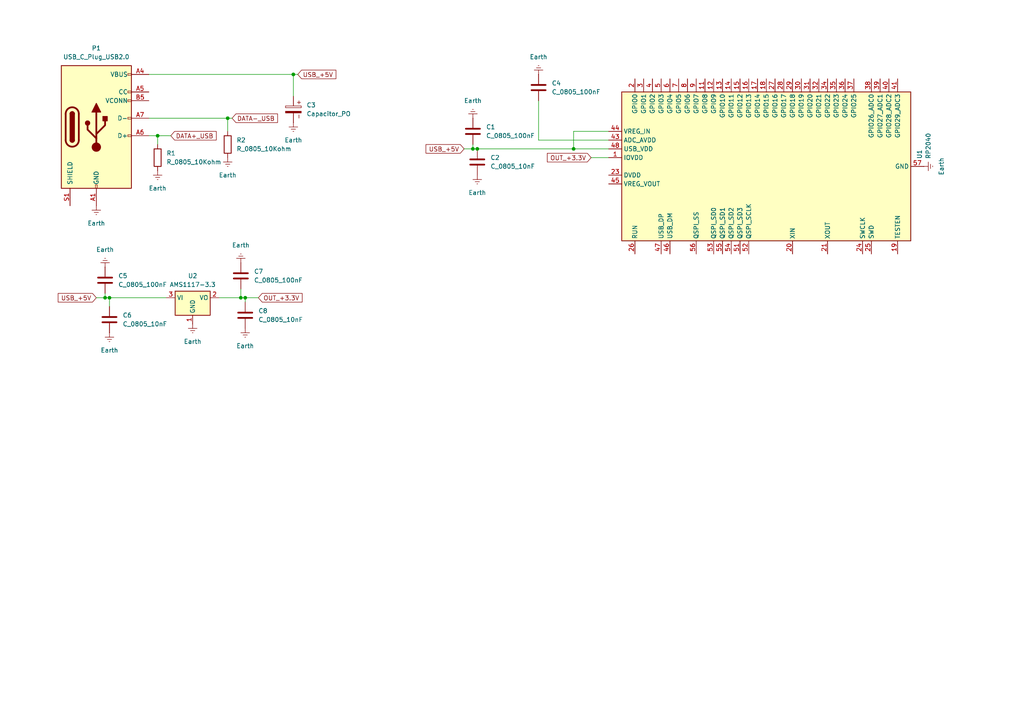
<source format=kicad_sch>
(kicad_sch (version 20250114) (generator "eeschema") (generator_version "9.0")
  (paper "A4")
  (lib_symbols
    (symbol "Connector:USB_C_Plug_USB2.0" (pin_names (offset 1.016))
      (property "Reference" "P" (at -10.16 19.05 0))
      (property "Value" "USB_C_Plug_USB2.0" (at 12.7 19.05 0))
      (symbol "USB_C_Plug_USB2.0_0_0"
        (rectangle (start -0.254 -17.78) (end 0.254 -16.764))
        (rectangle (start 10.16 15.494) (end 9.144 14.986))
        (rectangle (start 10.16 10.414) (end 9.144 9.906))
        (rectangle (start 10.16 7.874) (end 9.144 7.366))
        (rectangle (start 10.16 2.794) (end 9.144 2.286))
        (rectangle (start 10.16 -2.286) (end 9.144 -2.794))
      )
      (symbol "USB_C_Plug_USB2.0_0_1"
        (rectangle (start -10.16 17.78) (end 10.16 -17.78) (stroke (width 0.254)) (fill (type background)))
        (polyline (pts (xy -8.89 -3.81) (xy -8.89 3.81)) (stroke (width 0.508)))
        (rectangle (start -7.62 -3.81) (end -6.35 3.81) (stroke (width 0.254)) (fill (type outline)))
        (arc (start -7.62 3.81) (mid -6.985 4.4423) (end -6.35 3.81) (stroke (width 0.254)))
        (arc (start -7.62 3.81) (mid -6.985 4.4423) (end -6.35 3.81) (stroke (width 0.254)) (fill (type outline)))
        (arc (start -8.89 3.81) (mid -6.985 5.7067) (end -5.08 3.81) (stroke (width 0.508)))
        (arc (start -5.08 -3.81) (mid -6.985 -5.7067) (end -8.89 -3.81) (stroke (width 0.508)))
        (arc (start -6.35 -3.81) (mid -6.985 -4.4423) (end -7.62 -3.81) (stroke (width 0.254)))
        (arc (start -6.35 -3.81) (mid -6.985 -4.4423) (end -7.62 -3.81) (stroke (width 0.254)) (fill (type outline)))
        (polyline (pts (xy -5.08 3.81) (xy -5.08 -3.81)) (stroke (width 0.508)))
        (circle (center -2.54 1.143) (radius 0.635) (stroke (width 0.254)) (fill (type outline)))
        (polyline (pts (xy -1.27 4.318) (xy 0 6.858) (xy 1.27 4.318) (xy -1.27 4.318)) (stroke (width 0.254)) (fill (type outline)))
        (polyline (pts (xy 0 -2.032) (xy 2.54 0.508) (xy 2.54 1.778)) (stroke (width 0.508)))
        (polyline (pts (xy 0 -3.302) (xy -2.54 -0.762) (xy -2.54 0.508)) (stroke (width 0.508)))
        (polyline (pts (xy 0 -5.842) (xy 0 4.318)) (stroke (width 0.508)))
        (circle (center 0 -5.842) (radius 1.27) (fill (type outline)))
        (rectangle (start 1.905 1.778) (end 3.175 3.048) (stroke (width 0.254)) (fill (type outline)))
      )
      (symbol "USB_C_Plug_USB2.0_1_1"
        (pin passive line (at -7.62 -22.86 90) (length 5.08) (name "SHIELD") (number "S1"))
        (pin passive line (at 0 -22.86 90) (length 5.08) (name "GND") (number "A1"))
        (pin passive line (at 0 -22.86 90) (length 5.08) (hide yes) (name "GND") (number "A12"))
        (pin passive line (at 0 -22.86 90) (length 5.08) (hide yes) (name "GND") (number "B1"))
        (pin passive line (at 0 -22.86 90) (length 5.08) (hide yes) (name "GND") (number "B12"))
        (pin passive line (at 15.24 15.24 180) (length 5.08) (name "VBUS") (number "A4"))
        (pin passive line (at 15.24 15.24 180) (length 5.08) (hide yes) (name "VBUS") (number "A9"))
        (pin passive line (at 15.24 15.24 180) (length 5.08) (hide yes) (name "VBUS") (number "B4"))
        (pin passive line (at 15.24 15.24 180) (length 5.08) (hide yes) (name "VBUS") (number "B9"))
        (pin bidirectional line (at 15.24 10.16 180) (length 5.08) (name "CC") (number "A5"))
        (pin bidirectional line (at 15.24 7.62 180) (length 5.08) (name "VCONN") (number "B5"))
        (pin bidirectional line (at 15.24 2.54 180) (length 5.08) (name "D-") (number "A7"))
        (pin bidirectional line (at 15.24 -2.54 180) (length 5.08) (name "D+") (number "A6"))
      )
    )
    (symbol "MCU_RaspberryPi:RP2040"
      (property "Reference" "U" (at 17.78 45.72 0))
      (property "Value" "RP2040" (at 17.78 43.18 0))
      (symbol "RP2040_0_1"
        (rectangle (start -21.59 41.91) (end 21.59 -41.91) (stroke (width 0.254)) (fill (type background)))
      )
      (symbol "RP2040_1_1"
        (pin input line (at -25.4 38.1 0) (length 3.81) (name "RUN") (number "26"))
        (pin bidirectional line (at -25.4 30.48 0) (length 3.81) (name "USB_DP") (number "47"))
        (pin bidirectional line (at -25.4 27.94 0) (length 3.81) (name "USB_DM") (number "46"))
        (pin bidirectional line (at -25.4 20.32 0) (length 3.81) (name "QSPI_SS") (number "56"))
        (pin bidirectional line (at -25.4 15.24 0) (length 3.81) (name "QSPI_SD0") (number "53"))
        (pin bidirectional line (at -25.4 12.7 0) (length 3.81) (name "QSPI_SD1") (number "55"))
        (pin bidirectional line (at -25.4 10.16 0) (length 3.81) (name "QSPI_SD2") (number "54"))
        (pin bidirectional line (at -25.4 7.62 0) (length 3.81) (name "QSPI_SD3") (number "51"))
        (pin output line (at -25.4 5.08 0) (length 3.81) (name "QSPI_SCLK") (number "52"))
        (pin input line (at -25.4 -7.62 0) (length 3.81) (name "XIN") (number "20"))
        (pin passive line (at -25.4 -17.78 0) (length 3.81) (name "XOUT") (number "21"))
        (pin input line (at -25.4 -27.94 0) (length 3.81) (name "SWCLK") (number "24"))
        (pin bidirectional line (at -25.4 -30.48 0) (length 3.81) (name "SWD") (number "25"))
        (pin input line (at -25.4 -38.1 0) (length 3.81) (name "TESTEN") (number "19"))
        (pin power_out line (at -5.08 45.72 270) (length 3.81) (name "VREG_VOUT") (number "45"))
        (pin power_in line (at -2.54 45.72 270) (length 3.81) (name "DVDD") (number "23"))
        (pin passive line (at -2.54 45.72 270) (length 3.81) (hide yes) (name "DVDD") (number "50"))
        (pin power_in line (at 0 -45.72 90) (length 3.81) (name "GND") (number "57"))
        (pin power_in line (at 2.54 45.72 270) (length 3.81) (name "IOVDD") (number "1"))
        (pin passive line (at 2.54 45.72 270) (length 3.81) (hide yes) (name "IOVDD") (number "10"))
        (pin passive line (at 2.54 45.72 270) (length 3.81) (hide yes) (name "IOVDD") (number "22"))
        (pin passive line (at 2.54 45.72 270) (length 3.81) (hide yes) (name "IOVDD") (number "33"))
        (pin passive line (at 2.54 45.72 270) (length 3.81) (hide yes) (name "IOVDD") (number "42"))
        (pin passive line (at 2.54 45.72 270) (length 3.81) (hide yes) (name "IOVDD") (number "49"))
        (pin power_in line (at 5.08 45.72 270) (length 3.81) (name "USB_VDD") (number "48"))
        (pin power_in line (at 7.62 45.72 270) (length 3.81) (name "ADC_AVDD") (number "43"))
        (pin power_in line (at 10.16 45.72 270) (length 3.81) (name "VREG_IN") (number "44"))
        (pin bidirectional line (at 25.4 38.1 180) (length 3.81) (name "GPIO0") (number "2"))
        (pin bidirectional line (at 25.4 35.56 180) (length 3.81) (name "GPIO1") (number "3"))
        (pin bidirectional line (at 25.4 33.02 180) (length 3.81) (name "GPIO2") (number "4"))
        (pin bidirectional line (at 25.4 30.48 180) (length 3.81) (name "GPIO3") (number "5"))
        (pin bidirectional line (at 25.4 27.94 180) (length 3.81) (name "GPIO4") (number "6"))
        (pin bidirectional line (at 25.4 25.4 180) (length 3.81) (name "GPIO5") (number "7"))
        (pin bidirectional line (at 25.4 22.86 180) (length 3.81) (name "GPIO6") (number "8"))
        (pin bidirectional line (at 25.4 20.32 180) (length 3.81) (name "GPIO7") (number "9"))
        (pin bidirectional line (at 25.4 17.78 180) (length 3.81) (name "GPIO8") (number "11"))
        (pin bidirectional line (at 25.4 15.24 180) (length 3.81) (name "GPIO9") (number "12"))
        (pin bidirectional line (at 25.4 12.7 180) (length 3.81) (name "GPIO10") (number "13"))
        (pin bidirectional line (at 25.4 10.16 180) (length 3.81) (name "GPIO11") (number "14"))
        (pin bidirectional line (at 25.4 7.62 180) (length 3.81) (name "GPIO12") (number "15"))
        (pin bidirectional line (at 25.4 5.08 180) (length 3.81) (name "GPIO13") (number "16"))
        (pin bidirectional line (at 25.4 2.54 180) (length 3.81) (name "GPIO14") (number "17"))
        (pin bidirectional line (at 25.4 0 180) (length 3.81) (name "GPIO15") (number "18"))
        (pin bidirectional line (at 25.4 -2.54 180) (length 3.81) (name "GPIO16") (number "27"))
        (pin bidirectional line (at 25.4 -5.08 180) (length 3.81) (name "GPIO17") (number "28"))
        (pin bidirectional line (at 25.4 -7.62 180) (length 3.81) (name "GPIO18") (number "29"))
        (pin bidirectional line (at 25.4 -10.16 180) (length 3.81) (name "GPIO19") (number "30"))
        (pin bidirectional line (at 25.4 -12.7 180) (length 3.81) (name "GPIO20") (number "31"))
        (pin bidirectional line (at 25.4 -15.24 180) (length 3.81) (name "GPIO21") (number "32"))
        (pin bidirectional line (at 25.4 -17.78 180) (length 3.81) (name "GPIO22") (number "34"))
        (pin bidirectional line (at 25.4 -20.32 180) (length 3.81) (name "GPIO23") (number "35"))
        (pin bidirectional line (at 25.4 -22.86 180) (length 3.81) (name "GPIO24") (number "36"))
        (pin bidirectional line (at 25.4 -25.4 180) (length 3.81) (name "GPIO25") (number "37"))
        (pin bidirectional line (at 25.4 -30.48 180) (length 3.81) (name "GPIO26_ADC0") (number "38"))
        (pin bidirectional line (at 25.4 -33.02 180) (length 3.81) (name "GPIO27_ADC1") (number "39"))
        (pin bidirectional line (at 25.4 -35.56 180) (length 3.81) (name "GPIO28_ADC2") (number "40"))
        (pin bidirectional line (at 25.4 -38.1 180) (length 3.81) (name "GPIO29_ADC3") (number "41"))
      )
    )
    (symbol "PCM_Capacitor_AKL:C_0805" (pin_numbers (hide yes)) (pin_names (offset 0.254))
      (property "Reference" "C" (at 0.635 2.54 0))
      (property "Value" "C_0805" (at 0.635 -2.54 0))
      (symbol "C_0805_0_1"
        (polyline (pts (xy -2.032 0.762) (xy 2.032 0.762)) (stroke (width 0.508)))
        (polyline (pts (xy -2.032 -0.762) (xy 2.032 -0.762)) (stroke (width 0.508)))
      )
      (symbol "C_0805_0_2"
        (polyline (pts (xy -2.54 -2.54) (xy -0.381 -0.381)))
        (polyline (pts (xy -0.508 -0.508) (xy -1.651 0.635)) (stroke (width 0.508)))
        (polyline (pts (xy -0.508 -0.508) (xy 0.635 -1.651)) (stroke (width 0.508)))
        (polyline (pts (xy 0.381 0.381) (xy 2.54 2.54)))
        (polyline (pts (xy 0.508 0.508) (xy -0.635 1.651)) (stroke (width 0.508)))
        (polyline (pts (xy 0.508 0.508) (xy 1.651 -0.635)) (stroke (width 0.508)))
      )
      (symbol "C_0805_1_1"
        (pin passive line (at 0 3.81 270) (length 2.794) (name "~") (number "1"))
        (pin passive line (at 0 -3.81 90) (length 2.794) (name "~") (number "2"))
      )
      (symbol "C_0805_1_2"
        (pin passive line (at -2.54 -2.54 90) (length 0) (name "~") (number "2"))
        (pin passive line (at 2.54 2.54 270) (length 0) (name "~") (number "1"))
      )
    )
    (symbol "PCM_Resistor_AKL:R_0805" (pin_numbers (hide yes)) (pin_names (offset 0))
      (property "Reference" "R" (at 2.54 1.27 0))
      (property "Value" "R_0805" (at 2.54 -1.27 0))
      (symbol "R_0805_0_1"
        (rectangle (start -1.016 2.54) (end 1.016 -2.54) (stroke (width 0.254)))
      )
      (symbol "R_0805_0_2"
        (polyline (pts (xy -2.54 -2.54) (xy -1.524 -1.524)))
        (polyline (pts (xy 1.524 1.524) (xy 2.54 2.54)))
        (polyline (pts (xy 1.524 1.524) (xy 0.889 2.159) (xy -2.159 -0.889) (xy -0.889 -2.159) (xy 2.159 0.889) (xy 1.524 1.524)) (stroke (width 0.254)))
      )
      (symbol "R_0805_1_1"
        (pin passive line (at 0 3.81 270) (length 1.27) (name "~") (number "1"))
        (pin passive line (at 0 -3.81 90) (length 1.27) (name "~") (number "2"))
      )
      (symbol "R_0805_1_2"
        (pin passive line (at -2.54 -2.54 0) (length 0) (name "") (number "2"))
        (pin passive line (at 2.54 2.54 180) (length 0) (name "") (number "1"))
      )
    )
    (symbol "PCM_SL_Devices:Capacitor_PO"
      (property "Reference" "C" (at 0 7.62 0))
      (property "Value" "Capacitor_PO" (at 0 5.08 0))
      (symbol "Capacitor_PO_0_0"
        (text "+" (at -2.032 1.524 0) (effects (font (size 1.27 1.27))))
        (text "-" (at 2.032 1.524 0) (effects (font (size 1.27 1.27))))
      )
      (symbol "Capacitor_PO_0_1"
        (rectangle (start -1.016 -2.286) (end -0.508 2.286))
        (rectangle (start 0.508 -2.286) (end 1.016 2.286) (fill (type outline)))
      )
      (symbol "Capacitor_PO_1_1"
        (pin passive line (at -3.81 0 0) (length 2.7) (name "~") (number "1"))
        (pin input line (at 3.81 0 180) (length 2.7) (name "~") (number "2"))
      )
    )
    (symbol "Regulator_Linear:AMS1117-3.3"
      (property "Reference" "U" (at -3.81 3.175 0))
      (property "Value" "AMS1117-3.3" (at 0 3.175 0))
      (symbol "AMS1117-3.3_0_1"
        (rectangle (start -5.08 -5.08) (end 5.08 1.905) (stroke (width 0.254)) (fill (type background)))
      )
      (symbol "AMS1117-3.3_1_1"
        (pin power_in line (at -7.62 0 0) (length 2.54) (name "VI") (number "3"))
        (pin power_in line (at 0 -7.62 90) (length 2.54) (name "GND") (number "1"))
        (pin power_out line (at 7.62 0 180) (length 2.54) (name "VO") (number "2"))
      )
    )
    (symbol "power:Earth" (power) (pin_numbers (hide yes)) (pin_names (offset 0) (hide yes))
      (property "Value" "Earth" (at 0 -3.81 0))
      (symbol "Earth_0_1"
        (polyline (pts (xy -0.635 -1.905) (xy 0.635 -1.905)))
        (polyline (pts (xy -0.127 -2.54) (xy 0.127 -2.54)))
        (polyline (pts (xy 0 -1.27) (xy 0 0)))
        (polyline (pts (xy 1.27 -1.27) (xy -1.27 -1.27)))
      )
      (symbol "Earth_1_1"
        (pin power_in line (at 0 0 270) (length 0) (name "~") (number "1"))
      )
    )
  )
  (junction (at 166.37 43.18))
  (junction (at 69.85 86.36))
  (junction (at 30.48 86.36))
  (junction (at 31.75 86.36))
  (junction (at 85.09 21.59))
  (junction (at 71.12 86.36))
  (junction (at 138.43 43.18))
  (junction (at 137.16 43.18))
  (junction (at 45.72 39.37))
  (junction (at 66.04 34.29))
  (wire (pts (xy 43.18 34.29) (xy 66.04 34.29)))
  (wire (pts (xy 30.48 86.36) (xy 31.75 86.36)))
  (wire (pts (xy 49.53 39.37) (xy 45.72 39.37)))
  (wire (pts (xy 176.53 38.1) (xy 166.37 38.1)))
  (wire (pts (xy 43.18 21.59) (xy 85.09 21.59)))
  (wire (pts (xy 137.16 41.91) (xy 137.16 43.18)))
  (wire (pts (xy 85.09 21.59) (xy 85.09 27.94)))
  (wire (pts (xy 71.12 86.36) (xy 74.93 86.36)))
  (wire (pts (xy 156.21 40.64) (xy 156.21 29.21)))
  (wire (pts (xy 171.45 45.72) (xy 176.53 45.72)))
  (wire (pts (xy 138.43 43.18) (xy 166.37 43.18)))
  (wire (pts (xy 30.48 85.09) (xy 30.48 86.36)))
  (wire (pts (xy 45.72 39.37) (xy 45.72 41.91)))
  (wire (pts (xy 137.16 43.18) (xy 138.43 43.18)))
  (wire (pts (xy 27.94 86.36) (xy 30.48 86.36)))
  (wire (pts (xy 134.62 43.18) (xy 137.16 43.18)))
  (wire (pts (xy 66.04 34.29) (xy 67.31 34.29)))
  (wire (pts (xy 176.53 40.64) (xy 156.21 40.64)))
  (wire (pts (xy 86.36 21.59) (xy 85.09 21.59)))
  (wire (pts (xy 31.75 86.36) (xy 48.26 86.36)))
  (wire (pts (xy 166.37 43.18) (xy 176.53 43.18)))
  (wire (pts (xy 69.85 83.82) (xy 69.85 86.36)))
  (wire (pts (xy 66.04 38.1) (xy 66.04 34.29)))
  (wire (pts (xy 71.12 86.36) (xy 71.12 87.63)))
  (wire (pts (xy 69.85 86.36) (xy 71.12 86.36)))
  (wire (pts (xy 45.72 39.37) (xy 43.18 39.37)))
  (wire (pts (xy 31.75 86.36) (xy 31.75 88.9)))
  (wire (pts (xy 166.37 38.1) (xy 166.37 43.18)))
  (wire (pts (xy 63.5 86.36) (xy 69.85 86.36)))
  (global_label "USB_+5V" (shape input) (at 27.94 86.36 180) (property "Intersheetrefs" "${INTERSHEET_REFS}" (effects (hide yes))))
  (global_label "USB_+5V" (shape input) (at 134.62 43.18 180) (property "Intersheetrefs" "${INTERSHEET_REFS}" (effects (hide yes))))
  (global_label "USB_+5V" (shape input) (at 86.36 21.59 0) (property "Intersheetrefs" "${INTERSHEET_REFS}" (effects (hide yes))))
  (global_label "DATA-_USB" (shape input) (at 67.31 34.29 0) (property "Intersheetrefs" "${INTERSHEET_REFS}" (effects (hide yes))))
  (global_label "OUT_+3.3V" (shape input) (at 74.93 86.36 0) (property "Intersheetrefs" "${INTERSHEET_REFS}" (effects (hide yes))))
  (global_label "DATA+_USB" (shape input) (at 49.53 39.37 0) (property "Intersheetrefs" "${INTERSHEET_REFS}" (effects (hide yes))))
  (global_label "OUT_+3.3V" (shape input) (at 171.45 45.72 180) (property "Intersheetrefs" "${INTERSHEET_REFS}" (effects (hide yes))))
  (symbol (lib_id "power:Earth") (at 156.21 21.59 180) (unit 1)
    (property "Reference" "#PWR06" (effects (hide yes)))
    (property "Value" "Earth" (at 156.21 16.51 0))
    (property "Description" "Power symbol creates a global label with name \"Earth\"" (effects (hide yes)))
  )
  (symbol (lib_id "PCM_Capacitor_AKL:C_0805") (at 31.75 92.71 0) (unit 1)
    (property "Reference" "C6" (at 35.56 91.4399 0) (effects (justify left)))
    (property "Value" "C_0805_10nF" (at 35.56 93.9799 0) (effects (justify left)))
    (property "Footprint" "PCM_Capacitor_SMD_AKL:C_0805_2012Metric" (effects (hide yes)))
    (property "Description" "SMD 0805 MLCC capacitor, Alternate KiCad Library" (effects (hide yes)))
  )
  (symbol (lib_id "power:Earth") (at 30.48 77.47 180) (unit 1)
    (property "Reference" "#PWR07" (effects (hide yes)))
    (property "Value" "Earth" (at 30.48 72.39 0))
    (property "Description" "Power symbol creates a global label with name \"Earth\"" (effects (hide yes)))
  )
  (symbol (lib_id "power:Earth") (at 138.43 50.8 0) (unit 1)
    (property "Reference" "#PWR03" (effects (hide yes)))
    (property "Value" "Earth" (at 138.43 55.88 0))
    (property "Description" "Power symbol creates a global label with name \"Earth\"" (effects (hide yes)))
  )
  (symbol (lib_id "MCU_RaspberryPi:RP2040") (at 222.25 48.26 90) (unit 1)
    (property "Reference" "U1" (at 266.7 46.1167 0) (effects (justify left)))
    (property "Value" "RP2040" (at 269.24 46.1167 0) (effects (justify left)))
    (property "Footprint" "Package_DFN_QFN:QFN-56-1EP_7x7mm_P0.4mm_EP3.2x3.2mm" (effects (hide yes)))
    (property "Datasheet" "https://datasheets.raspberrypi.com/rp2040/rp2040-datasheet.pdf" (effects (hide yes)))
    (property "Description" "A microcontroller by Raspberry Pi" (effects (hide yes)))
  )
  (symbol (lib_id "power:Earth") (at 55.88 93.98 0) (unit 1)
    (property "Reference" "#PWR09" (effects (hide yes)))
    (property "Value" "Earth" (at 55.88 99.06 0))
    (property "Description" "Power symbol creates a global label with name \"Earth\"" (effects (hide yes)))
  )
  (symbol (lib_id "PCM_Resistor_AKL:R_0805") (at 45.72 45.72 0) (unit 1)
    (property "Reference" "R1" (at 48.26 44.4499 0) (effects (justify left)))
    (property "Value" "R_0805_10Kohm" (at 48.26 46.9899 0) (effects (justify left)))
    (property "Footprint" "PCM_Resistor_SMD_AKL:R_0805_2012Metric" (effects (hide yes)))
    (property "Description" "SMD 0805 Chip Resistor, European Symbol, Alternate KiCad Library" (effects (hide yes)))
  )
  (symbol (lib_id "Regulator_Linear:AMS1117-3.3") (at 55.88 86.36 0) (unit 1)
    (property "Reference" "U2" (at 55.88 80.01 0))
    (property "Value" "AMS1117-3.3" (at 55.88 82.55 0))
    (property "Footprint" "Package_TO_SOT_SMD:SOT-223-3_TabPin2" (effects (hide yes)))
    (property "Datasheet" "http://www.advanced-monolithic.com/pdf/ds1117.pdf" (effects (hide yes)))
    (property "Description" "1A Low Dropout regulator, positive, 3.3V fixed output, SOT-223" (effects (hide yes)))
  )
  (symbol (lib_id "power:Earth") (at 137.16 34.29 180) (unit 1)
    (property "Reference" "#PWR04" (effects (hide yes)))
    (property "Value" "Earth" (at 137.16 29.21 0))
    (property "Description" "Power symbol creates a global label with name \"Earth\"" (effects (hide yes)))
  )
  (symbol (lib_id "PCM_SL_Devices:Capacitor_PO") (at 85.09 31.75 270) (unit 1)
    (property "Reference" "C3" (at 88.9 30.4799 90) (effects (justify left)))
    (property "Value" "Capacitor_PO" (at 88.9 33.0199 90) (effects (justify left)))
    (property "Footprint" "Capacitor_THT:CP_Radial_D5.0mm_P2.50mm" (effects (hide yes)))
    (property "Description" "Polarized Capacitor" (effects (hide yes)))
  )
  (symbol (lib_id "power:Earth") (at 66.04 45.72 0) (unit 1)
    (property "Reference" "#PWR013" (effects (hide yes)))
    (property "Value" "Earth" (at 66.04 50.8 0))
    (property "Description" "Power symbol creates a global label with name \"Earth\"" (effects (hide yes)))
  )
  (symbol (lib_id "power:Earth") (at 71.12 95.25 0) (unit 1)
    (property "Reference" "#PWR011" (effects (hide yes)))
    (property "Value" "Earth" (at 71.12 100.33 0))
    (property "Description" "Power symbol creates a global label with name \"Earth\"" (effects (hide yes)))
  )
  (symbol (lib_id "PCM_Resistor_AKL:R_0805") (at 66.04 41.91 0) (unit 1)
    (property "Reference" "R2" (at 68.58 40.6399 0) (effects (justify left)))
    (property "Value" "R_0805_10Kohm" (at 68.58 43.1799 0) (effects (justify left)))
    (property "Footprint" "PCM_Resistor_SMD_AKL:R_0805_2012Metric" (effects (hide yes)))
    (property "Description" "SMD 0805 Chip Resistor, European Symbol, Alternate KiCad Library" (effects (hide yes)))
  )
  (symbol (lib_id "PCM_Capacitor_AKL:C_0805") (at 138.43 46.99 0) (unit 1)
    (property "Reference" "C2" (at 142.24 45.7199 0) (effects (justify left)))
    (property "Value" "C_0805_10nF" (at 142.24 48.2599 0) (effects (justify left)))
    (property "Footprint" "PCM_Capacitor_SMD_AKL:C_0805_2012Metric" (effects (hide yes)))
    (property "Description" "SMD 0805 MLCC capacitor, Alternate KiCad Library" (effects (hide yes)))
  )
  (symbol (lib_id "power:Earth") (at 85.09 35.56 0) (unit 1)
    (property "Reference" "#PWR05" (effects (hide yes)))
    (property "Value" "Earth" (at 85.09 40.64 0))
    (property "Description" "Power symbol creates a global label with name \"Earth\"" (effects (hide yes)))
  )
  (symbol (lib_id "power:Earth") (at 69.85 76.2 180) (unit 1)
    (property "Reference" "#PWR010" (effects (hide yes)))
    (property "Value" "Earth" (at 69.85 71.12 0))
    (property "Description" "Power symbol creates a global label with name \"Earth\"" (effects (hide yes)))
  )
  (symbol (lib_id "PCM_Capacitor_AKL:C_0805") (at 137.16 38.1 0) (unit 1)
    (property "Reference" "C1" (at 140.97 36.8299 0) (effects (justify left)))
    (property "Value" "C_0805_100nF" (at 140.97 39.3699 0) (effects (justify left)))
    (property "Footprint" "PCM_Capacitor_SMD_AKL:C_0805_2012Metric" (effects (hide yes)))
    (property "Description" "SMD 0805 MLCC capacitor, Alternate KiCad Library" (effects (hide yes)))
  )
  (symbol (lib_id "PCM_Capacitor_AKL:C_0805") (at 30.48 81.28 0) (unit 1)
    (property "Reference" "C5" (at 34.29 80.0099 0) (effects (justify left)))
    (property "Value" "C_0805_100nF" (at 34.29 82.5499 0) (effects (justify left)))
    (property "Footprint" "PCM_Capacitor_SMD_AKL:C_0805_2012Metric" (effects (hide yes)))
    (property "Description" "SMD 0805 MLCC capacitor, Alternate KiCad Library" (effects (hide yes)))
  )
  (symbol (lib_id "power:Earth") (at 45.72 49.53 0) (unit 1)
    (property "Reference" "#PWR012" (effects (hide yes)))
    (property "Value" "Earth" (at 45.72 54.61 0))
    (property "Description" "Power symbol creates a global label with name \"Earth\"" (effects (hide yes)))
  )
  (symbol (lib_id "Connector:USB_C_Plug_USB2.0") (at 27.94 36.83 0) (unit 1)
    (property "Reference" "P1" (at 27.94 13.97 0))
    (property "Value" "USB_C_Plug_USB2.0" (at 27.94 16.51 0))
    (property "Footprint" "Connector_USB:USB_C_Receptacle_GCT_USB4105-xx-A_16P_TopMnt_Horizontal" (effects (hide yes)))
    (property "Datasheet" "https://www.usb.org/sites/default/files/documents/usb_type-c.zip" (effects (hide yes)))
    (property "Description" "USB 2.0-only Type-C Plug connector" (effects (hide yes)))
  )
  (symbol (lib_id "power:Earth") (at 267.97 48.26 90) (unit 1)
    (property "Reference" "#PWR01" (effects (hide yes)))
    (property "Value" "Earth" (at 273.05 48.26 0))
    (property "Description" "Power symbol creates a global label with name \"Earth\"" (effects (hide yes)))
  )
  (symbol (lib_id "power:Earth") (at 27.94 59.69 0) (unit 1)
    (property "Reference" "#PWR02" (effects (hide yes)))
    (property "Value" "Earth" (at 27.94 64.77 0))
    (property "Description" "Power symbol creates a global label with name \"Earth\"" (effects (hide yes)))
  )
  (symbol (lib_id "power:Earth") (at 31.75 96.52 0) (unit 1)
    (property "Reference" "#PWR08" (effects (hide yes)))
    (property "Value" "Earth" (at 31.75 101.6 0))
    (property "Description" "Power symbol creates a global label with name \"Earth\"" (effects (hide yes)))
  )
  (symbol (lib_id "PCM_Capacitor_AKL:C_0805") (at 71.12 91.44 0) (unit 1)
    (property "Reference" "C8" (at 74.93 90.1699 0) (effects (justify left)))
    (property "Value" "C_0805_10nF" (at 74.93 92.7099 0) (effects (justify left)))
    (property "Footprint" "PCM_Capacitor_SMD_AKL:C_0805_2012Metric" (effects (hide yes)))
    (property "Description" "SMD 0805 MLCC capacitor, Alternate KiCad Library" (effects (hide yes)))
  )
  (symbol (lib_id "PCM_Capacitor_AKL:C_0805") (at 69.85 80.01 0) (unit 1)
    (property "Reference" "C7" (at 73.66 78.7399 0) (effects (justify left)))
    (property "Value" "C_0805_100nF" (at 73.66 81.2799 0) (effects (justify left)))
    (property "Footprint" "PCM_Capacitor_SMD_AKL:C_0805_2012Metric" (effects (hide yes)))
    (property "Description" "SMD 0805 MLCC capacitor, Alternate KiCad Library" (effects (hide yes)))
  )
  (symbol (lib_id "PCM_Capacitor_AKL:C_0805") (at 156.21 25.4 0) (unit 1)
    (property "Reference" "C4" (at 160.02 24.1299 0) (effects (justify left)))
    (property "Value" "C_0805_100nF" (at 160.02 26.6699 0) (effects (justify left)))
    (property "Footprint" "PCM_Capacitor_SMD_AKL:C_0805_2012Metric" (effects (hide yes)))
    (property "Description" "SMD 0805 MLCC capacitor, Alternate KiCad Library" (effects (hide yes)))
  )
)
</source>
